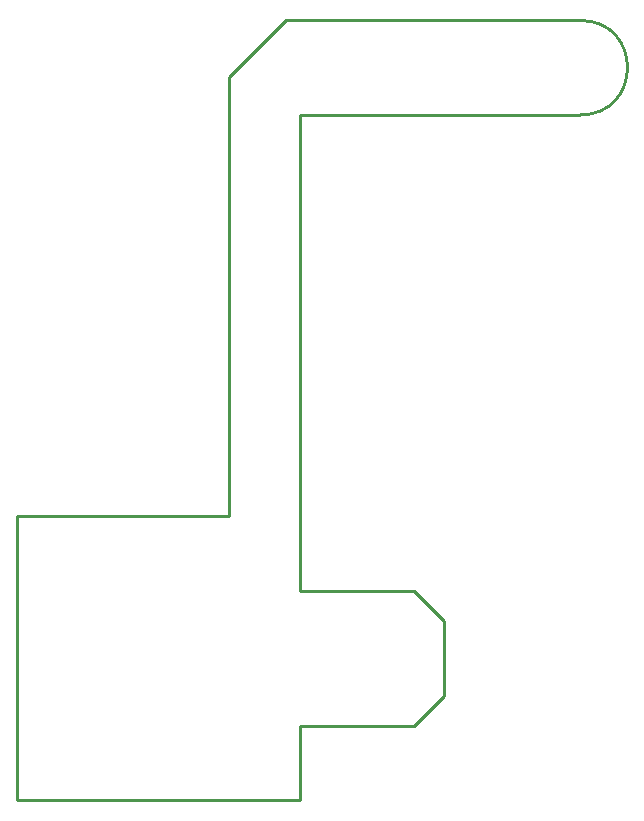
<source format=gm1>
G04 Layer_Color=16711935*
%FSLAX25Y25*%
%MOIN*%
G70*
G01*
G75*
%ADD12C,0.01000*%
D12*
X140551Y181102D02*
G03*
X140551Y212598I0J15748D01*
G01*
X42598Y212598D02*
X104500D01*
X23622Y193622D02*
X42598Y212598D01*
X23622Y181500D02*
Y193622D01*
X47244Y181102D02*
X140551D01*
X104500Y212598D02*
X140551D01*
X47244Y-46988D02*
Y-22500D01*
X85000D01*
X95000Y-12500D01*
Y12500D01*
X85000Y22500D02*
X95000Y12500D01*
X47244Y22500D02*
X85000D01*
X23622Y47244D02*
Y181500D01*
X47244Y22500D02*
Y181102D01*
X-47244Y47244D02*
X23622D01*
X-47244Y-47244D02*
Y47244D01*
Y-47244D02*
X47244D01*
M02*

</source>
